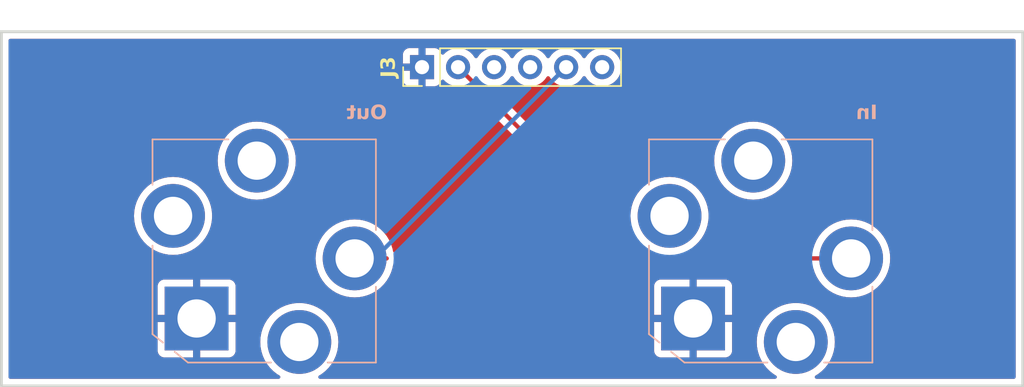
<source format=kicad_pcb>
(kicad_pcb (version 20241229) (generator "pcbnew") (generator_version "9.0")
  (title_block (title "Cat Distortion") (rev "v1"))
  (layers (0 "F.Cu" signal) (2 "B.Cu" signal) (13 "F.Paste" user) (15 "B.Paste" user) (5 "F.SilkS" user "F.Silkscreen") (7 "B.SilkS" user "B.Silkscreen") (1 "F.Mask" user) (3 "B.Mask" user) (25 "Edge.Cuts" user))
  (net 0 "")
  (net 1 "GND")
  (net 2 "Net-(J3-Pin_2)")
  (net 9 "Net-(J3-Pin_5)")
  (footprint "Connector_PinHeader_2.54mm:PinHeader_1x06_P2.54mm_Vertical" (layer "F.Cu") (at 74 219.5 90)
    (property "Reference" "J3" (at 0 -8.68 90) (layer "F.SilkS") (effects (font (thickness 0.2) (bold yes))))
    (property "Value" "Conn_01x06")
    (fp_line (start -1.33 -7.68) (end 0 -7.68) (stroke (width 0.12)) (layer "F.SilkS"))
    (fp_line (start -1.33 -6.35) (end -1.33 -7.68) (stroke (width 0.12)) (layer "F.SilkS"))
    (fp_line (start 1.33 -5.08) (end 1.33 7.68) (stroke (width 0.12)) (layer "F.SilkS"))
    (fp_line (start -1.33 -5.08) (end 1.33 -5.08) (stroke (width 0.12)) (layer "F.SilkS"))
    (fp_line (start -1.33 -5.08) (end -1.33 7.68) (stroke (width 0.12)) (layer "F.SilkS"))
    (fp_line (start -1.33 7.68) (end 1.33 7.68) (stroke (width 0.12)) (layer "F.SilkS"))
    (pad "1" thru_hole rect (at 0 -6.35 90) (size 1.7 1.7) (drill 1) (layers "*.Cu" "*.Mask") (net 1 "GND"))
    (pad "2" thru_hole oval (at 0 -3.81 90) (size 1.7 1.7) (drill 1) (layers "*.Cu" "*.Mask") (net 2 "Net-(J3-Pin_2)"))
    (pad "3" thru_hole oval (at 0 -1.27 90) (size 1.7 1.7) (drill 1) (layers "*.Cu" "*.Mask"))
    (pad "4" thru_hole oval (at 0 1.27 90) (size 1.7 1.7) (drill 1) (layers "*.Cu" "*.Mask"))
    (pad "5" thru_hole oval (at 0 3.81 90) (size 1.7 1.7) (drill 1) (layers "*.Cu" "*.Mask") (net 9 "Net-(J3-Pin_5)"))
    (pad "6" thru_hole oval (at 0 6.35 90) (size 1.7 1.7) (drill 1) (layers "*.Cu" "*.Mask"))
  )
  (footprint "AO_tht:Jack_6.35mm_PJ_629HAN" (layer "B.Cu") (at 56.5 232.5 180)
    (property "Reference" "J4" (hide yes))
    (property "Value" "Out" (at -7.25 9.75 0) (layer "B.SilkS") (effects (font (thickness 0.2) (bold yes)) (justify mirror)))
    (fp_line (start 7.85 7.9) (end 2.5 7.9) (stroke (width 0.12)) (layer "B.SilkS"))
    (fp_line (start 7.85 4.7) (end 7.85 7.9) (stroke (width 0.12)) (layer "B.SilkS"))
    (fp_line (start 7.85 -5.8) (end 7.85 0.4) (stroke (width 0.12)) (layer "B.SilkS"))
    (fp_line (start 7.85 -5.85) (end 7.85 -5.8) (stroke (width 0.12)) (layer "B.SilkS"))
    (fp_line (start 7.11 -6.44) (end 7.85 -5.85) (stroke (width 0.12)) (layer "B.SilkS"))
    (fp_line (start 5.35 -7.85) (end 6.29 -7.09) (stroke (width 0.12)) (layer "B.SilkS"))
    (fp_line (start -0.5 -7.85) (end 5.35 -7.85) (stroke (width 0.12)) (layer "B.SilkS"))
    (fp_line (start -1.5 7.9) (end -7.9 7.9) (stroke (width 0.12)) (layer "B.SilkS"))
    (fp_line (start -7.9 7.9) (end -7.9 1.5) (stroke (width 0.12)) (layer "B.SilkS"))
    (fp_line (start -7.9 -2.5) (end -7.9 -7.85) (stroke (width 0.12)) (layer "B.SilkS"))
    (fp_line (start -7.9 -7.85) (end -4.5 -7.85) (stroke (width 0.12)) (layer "B.SilkS"))
    (pad "R" thru_hole circle (at 0.5 6.4 180) (size 4.500001 4.500001) (drill 2.7) (layers "*.Cu" "*.Mask"))
    (pad "RN" thru_hole circle (at 6.4 2.5 180) (size 4.500001 4.500001) (drill 2.7) (layers "*.Cu" "*.Mask"))
    (pad "S" thru_hole rect (at 4.74 -4.74 180) (size 4.500001 4.500001) (drill 2.7) (layers "*.Cu" "*.Mask") (net 1 "GND"))
    (pad "T" thru_hole circle (at -6.4 -0.5 180) (size 4.5 4.5) (drill 2.7) (layers "*.Cu" "*.Mask") (net 9 "Net-(J3-Pin_5)"))
    (pad "TN" thru_hole circle (at -2.5 -6.4 180) (size 4.5 4.5) (drill 2.7) (layers "*.Cu" "*.Mask"))
  )
  (footprint "AO_tht:Jack_6.35mm_PJ_629HAN" (layer "B.Cu") (at 91.5 232.5 180)
    (property "Reference" "J1" (hide yes))
    (property "Value" "In" (at -7.5 9.75 0) (layer "B.SilkS") (effects (font (thickness 0.2) (bold yes)) (justify mirror)))
    (fp_line (start 7.85 7.9) (end 2.5 7.9) (stroke (width 0.12)) (layer "B.SilkS"))
    (fp_line (start 7.85 4.7) (end 7.85 7.9) (stroke (width 0.12)) (layer "B.SilkS"))
    (fp_line (start 7.85 -5.8) (end 7.85 0.4) (stroke (width 0.12)) (layer "B.SilkS"))
    (fp_line (start 7.85 -5.85) (end 7.85 -5.8) (stroke (width 0.12)) (layer "B.SilkS"))
    (fp_line (start 7.11 -6.44) (end 7.85 -5.85) (stroke (width 0.12)) (layer "B.SilkS"))
    (fp_line (start 5.35 -7.85) (end 6.29 -7.09) (stroke (width 0.12)) (layer "B.SilkS"))
    (fp_line (start -0.5 -7.85) (end 5.35 -7.85) (stroke (width 0.12)) (layer "B.SilkS"))
    (fp_line (start -1.5 7.9) (end -7.9 7.9) (stroke (width 0.12)) (layer "B.SilkS"))
    (fp_line (start -7.9 7.9) (end -7.9 1.5) (stroke (width 0.12)) (layer "B.SilkS"))
    (fp_line (start -7.9 -2.5) (end -7.9 -7.85) (stroke (width 0.12)) (layer "B.SilkS"))
    (fp_line (start -7.9 -7.85) (end -4.5 -7.85) (stroke (width 0.12)) (layer "B.SilkS"))
    (pad "R" thru_hole circle (at 0.5 6.4 180) (size 4.500001 4.500001) (drill 2.7) (layers "*.Cu" "*.Mask"))
    (pad "RN" thru_hole circle (at 6.4 2.5 180) (size 4.500001 4.500001) (drill 2.7) (layers "*.Cu" "*.Mask"))
    (pad "S" thru_hole rect (at 4.74 -4.74 180) (size 4.500001 4.500001) (drill 2.7) (layers "*.Cu" "*.Mask") (net 1 "GND"))
    (pad "T" thru_hole circle (at -6.4 -0.5 180) (size 4.5 4.5) (drill 2.7) (layers "*.Cu" "*.Mask") (net 2 "Net-(J3-Pin_2)"))
    (pad "TN" thru_hole circle (at -2.5 -6.4 180) (size 4.5 4.5) (drill 2.7) (layers "*.Cu" "*.Mask"))
  )
  (gr_rect (start 38 217) (end 110 242) (stroke (width 0.2)) (fill no) (layer "Edge.Cuts"))
  (segment (start 97.9 233) (end 83.69 233) (width 0.3) (layer "F.Cu") (net 2))
  (segment (start 83.69 233) (end 70.19 219.5) (width 0.3) (layer "F.Cu") (net 2))
  (segment (start 65.16 233) (end 63.75 233) (width 0.3) (layer "F.Cu") (net 9))
  (segment (start 64.31 233) (end 77.81 219.5) (width 0.3) (layer "B.Cu") (net 9))
  (segment (start 62.9 233) (end 64.31 233) (width 0.3) (layer "B.Cu") (net 9))
  (zone (net 1) (net_name "GND") (layers "F.Cu" "B.Cu") (connect_pads (clearance 0.5)) (min_thickness 0.25) (fill yes (thermal_gap 0.5) (thermal_bridge_width 0.5))
    (polygon (pts (xy 38 217) (xy 110 217) (xy 110 242) (xy 38 242)))
  )
)
</source>
